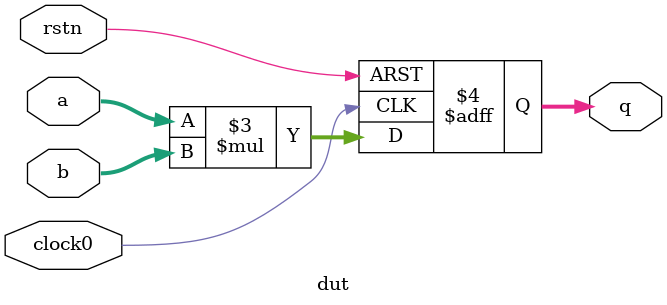
<source format=v>

module dut  (input [2:0]a,b,
              input rstn,
              input clock0,
              output reg [5:0] q);
 
  always @ (posedge clock0 or negedge rstn) 
      begin
       if (!rstn)
          q <= 0;
       else
          q <= a*b;
      end    
endmodule
 

</source>
